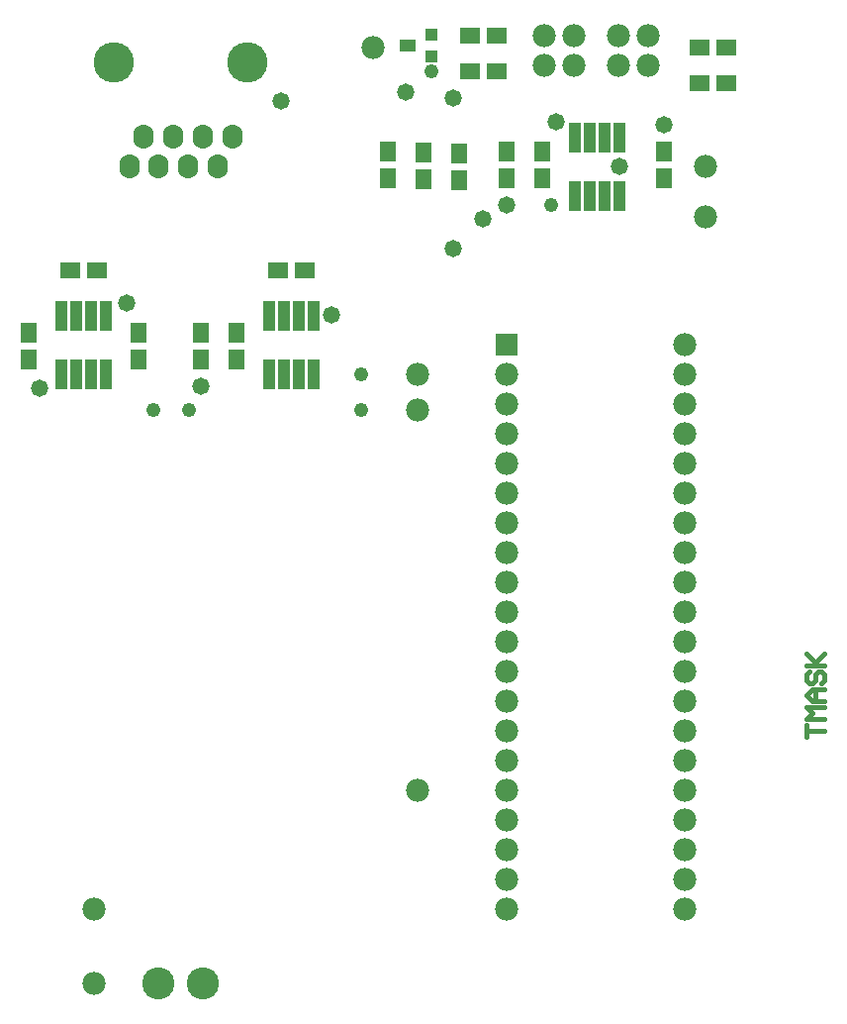
<source format=gts>
%FSLAX24Y24*%
%MOIN*%
G70*
G01*
G75*
%ADD10R,0.0500X0.0600*%
%ADD11R,0.0320X0.0950*%
%ADD12R,0.0600X0.0500*%
%ADD13R,0.0360X0.0360*%
%ADD14R,0.0500X0.0360*%
%ADD15C,0.0200*%
%ADD16C,0.0500*%
%ADD17C,0.0150*%
%ADD18C,0.0300*%
%ADD19R,0.1000X0.6600*%
%ADD20C,0.0700*%
%ADD21O,0.0600X0.0750*%
%ADD22C,0.1280*%
%ADD23C,0.1000*%
%ADD24R,0.0700X0.0700*%
%ADD25C,0.0500*%
%ADD26C,0.0400*%
%ADD27C,0.0120*%
%ADD28C,0.0400*%
%ADD29R,0.1000X0.3500*%
%ADD30C,0.0080*%
%ADD31C,0.0079*%
%ADD32C,0.0100*%
%ADD33C,0.0000*%
%ADD34R,0.0580X0.0680*%
%ADD35R,0.0400X0.1030*%
%ADD36R,0.0680X0.0580*%
%ADD37R,0.0440X0.0440*%
%ADD38R,0.0580X0.0440*%
%ADD39C,0.0780*%
%ADD40O,0.0680X0.0830*%
%ADD41C,0.1360*%
%ADD42C,0.1080*%
%ADD43R,0.0780X0.0780*%
%ADD44C,0.0580*%
%ADD45C,0.0480*%
D17*
X134200Y75800D02*
Y76200D01*
Y76000D01*
X134800D01*
Y76400D02*
X134200D01*
X134400Y76600D01*
X134200Y76800D01*
X134800D01*
Y77000D02*
X134400D01*
X134200Y77200D01*
X134400Y77399D01*
X134800D01*
X134500D01*
Y77000D01*
X134300Y77999D02*
X134200Y77899D01*
Y77699D01*
X134300Y77599D01*
X134400D01*
X134500Y77699D01*
Y77899D01*
X134600Y77999D01*
X134700D01*
X134800Y77899D01*
Y77699D01*
X134700Y77599D01*
X134200Y78199D02*
X134800D01*
X134600D01*
X134200Y78599D01*
X134500Y78299D01*
X134800Y78599D01*
D34*
X120100Y95500D02*
D03*
Y94600D02*
D03*
X115000Y89400D02*
D03*
Y88500D02*
D03*
X125300Y95500D02*
D03*
X121300Y94580D02*
D03*
Y95480D02*
D03*
X122500Y95450D02*
D03*
X111700Y88500D02*
D03*
X129400Y94600D02*
D03*
X122500Y94550D02*
D03*
X125300Y94600D02*
D03*
X129400Y95500D02*
D03*
X111700Y89400D02*
D03*
X108000Y89400D02*
D03*
Y88500D02*
D03*
X113800Y89400D02*
D03*
Y88500D02*
D03*
X124100Y95500D02*
D03*
X124100Y94600D02*
D03*
D35*
X117600Y88000D02*
D03*
X116100Y89969D02*
D03*
X116600D02*
D03*
X117100D02*
D03*
X117100Y88000D02*
D03*
X109100Y89969D02*
D03*
X110100D02*
D03*
X109600D02*
D03*
X109100Y88000D02*
D03*
X116100D02*
D03*
X116600Y88000D02*
D03*
X109600D02*
D03*
X110100D02*
D03*
X110600Y88000D02*
D03*
X117600Y89969D02*
D03*
X110600D02*
D03*
X127400Y94000D02*
D03*
X126400Y94000D02*
D03*
X127900Y95969D02*
D03*
X127400D02*
D03*
X126900D02*
D03*
X126400D02*
D03*
X127900Y94000D02*
D03*
X126900Y94000D02*
D03*
D36*
X130600Y97800D02*
D03*
X116400Y91500D02*
D03*
X117300D02*
D03*
X131500Y97800D02*
D03*
X110300Y91500D02*
D03*
X109400D02*
D03*
X123750Y99400D02*
D03*
X130600Y99000D02*
D03*
X131500D02*
D03*
X122850Y99400D02*
D03*
Y98200D02*
D03*
X123750D02*
D03*
D37*
X121550Y99450D02*
D03*
Y98700D02*
D03*
D38*
X120750Y99080D02*
D03*
D39*
X119600Y99000D02*
D03*
X121100Y74000D02*
D03*
X130800Y93300D02*
D03*
Y95000D02*
D03*
X121100Y86800D02*
D03*
Y88000D02*
D03*
X110200Y70000D02*
D03*
Y67500D02*
D03*
X125350Y98400D02*
D03*
X126350Y99400D02*
D03*
Y98400D02*
D03*
X125350Y99400D02*
D03*
X128850Y99400D02*
D03*
Y98400D02*
D03*
X127850Y99400D02*
D03*
Y98400D02*
D03*
X124100Y70000D02*
D03*
Y71000D02*
D03*
Y72000D02*
D03*
Y73000D02*
D03*
X130100Y88000D02*
D03*
Y89000D02*
D03*
Y78000D02*
D03*
X124100Y74000D02*
D03*
X130100Y86000D02*
D03*
Y87000D02*
D03*
Y82000D02*
D03*
Y83000D02*
D03*
Y84000D02*
D03*
Y85000D02*
D03*
Y80000D02*
D03*
Y81000D02*
D03*
Y75000D02*
D03*
Y76000D02*
D03*
Y77000D02*
D03*
X124100Y81000D02*
D03*
Y77000D02*
D03*
Y78000D02*
D03*
Y79000D02*
D03*
Y80000D02*
D03*
X130100Y70000D02*
D03*
X124100Y82000D02*
D03*
Y83000D02*
D03*
Y84000D02*
D03*
Y85000D02*
D03*
Y86000D02*
D03*
Y87000D02*
D03*
Y88000D02*
D03*
X130100Y79000D02*
D03*
X124100Y76000D02*
D03*
Y75000D02*
D03*
X130100Y71000D02*
D03*
Y72000D02*
D03*
Y73000D02*
D03*
Y74000D02*
D03*
D40*
X112350Y95000D02*
D03*
X113850Y96000D02*
D03*
X112850Y96000D02*
D03*
X113350Y95000D02*
D03*
X114350D02*
D03*
X114850Y96000D02*
D03*
X111850D02*
D03*
X111400Y95000D02*
D03*
D41*
X115350Y98500D02*
D03*
X110850D02*
D03*
D42*
X112350Y67500D02*
D03*
X113850D02*
D03*
D43*
X124100Y89000D02*
D03*
D44*
X122300Y92250D02*
D03*
X120700Y97500D02*
D03*
X123300Y93250D02*
D03*
X129400Y96400D02*
D03*
X127900Y95000D02*
D03*
X125750Y96500D02*
D03*
X124100Y93700D02*
D03*
X113800Y87600D02*
D03*
X118200Y90000D02*
D03*
X111300Y90400D02*
D03*
X116500Y97200D02*
D03*
X122300Y97300D02*
D03*
X108350Y87550D02*
D03*
D45*
X125600Y93700D02*
D03*
X119200Y88000D02*
D03*
Y86800D02*
D03*
X113400D02*
D03*
X112200D02*
D03*
X121550Y98200D02*
D03*
M02*

</source>
